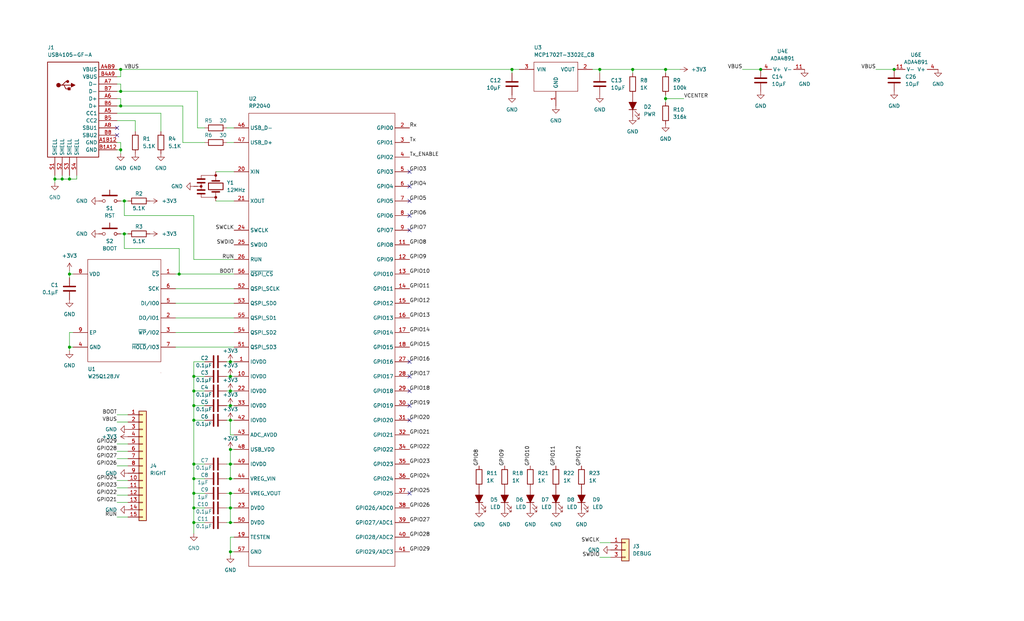
<source format=kicad_sch>
(kicad_sch (version 20211123) (generator eeschema)
  (paper "USLegal")
  (title_block (title "ENGR3430 Miniproject 3") (date "2022-09-22") (company "Olin College of Engineering"))
  (junction (at 67.31 130.81))
  (junction (at 445.135 76.835))
  (junction (at 67.31 146.05))
  (junction (at 476.885 67.945))
  (junction (at 80.01 125.73))
  (junction (at 67.31 171.45))
  (junction (at 518.16 70.485))
  (junction (at 80.01 156.21))
  (junction (at 41.91 36.83))
  (junction (at 460.375 116.205))
  (junction (at 19.05 62.23))
  (junction (at 80.01 176.53))
  (junction (at 41.91 52.07))
  (junction (at 382.905 92.71))
  (junction (at 219.71 24.13))
  (junction (at 433.07 120.015))
  (junction (at 507.365 70.485))
  (junction (at 533.4 78.74))
  (junction (at 67.31 161.29))
  (junction (at 528.32 83.185))
  (junction (at 80.01 166.37))
  (junction (at 264.16 24.13))
  (junction (at 445.135 67.945))
  (junction (at 427.355 83.185))
  (junction (at 382.905 97.155))
  (junction (at 310.515 24.13))
  (junction (at 80.01 135.89))
  (junction (at 492.125 61.595))
  (junction (at 80.01 140.97))
  (junction (at 67.31 140.97))
  (junction (at 462.915 120.65))
  (junction (at 476.885 61.595))
  (junction (at 427.355 70.485))
  (junction (at 80.01 191.77))
  (junction (at 488.95 111.125))
  (junction (at 80.01 171.45))
  (junction (at 476.885 76.835))
  (junction (at 231.14 24.13))
  (junction (at 208.28 24.13))
  (junction (at 469.9 128.905))
  (junction (at 21.59 62.23))
  (junction (at 546.735 52.705))
  (junction (at 507.365 121.285))
  (junction (at 80.01 181.61))
  (junction (at 384.81 67.945))
  (junction (at 67.31 176.53))
  (junction (at 80.01 161.29))
  (junction (at 43.18 69.85))
  (junction (at 80.01 146.05))
  (junction (at 24.13 120.65))
  (junction (at 41.91 24.13))
  (junction (at 445.135 61.595))
  (junction (at 43.18 81.28))
  (junction (at 433.07 107.315))
  (junction (at 460.375 61.595))
  (junction (at 460.375 70.485))
  (junction (at 62.23 95.25))
  (junction (at 441.96 107.315))
  (junction (at 177.8 24.13))
  (junction (at 24.13 95.25))
  (junction (at 67.31 181.61))
  (junction (at 24.13 62.23))
  (junction (at 41.91 31.75))
  (junction (at 67.31 166.37))
  (junction (at 515.62 70.485))
  (junction (at 469.9 126.365))
  (junction (at 80.01 130.81))
  (junction (at 492.125 70.485))
  (junction (at 400.05 70.485))
  (junction (at 67.31 135.89))
  (junction (at 231.14 34.29))
  (no_connect (at 142.24 125.73))
  (no_connect (at 142.24 130.81))
  (no_connect (at 142.24 135.89))
  (no_connect (at 142.24 140.97))
  (no_connect (at 142.24 146.05))
  (no_connect (at 521.97 118.745))
  (no_connect (at 509.905 137.795))
  (no_connect (at 40.64 46.99))
  (no_connect (at 40.64 44.45))
  (no_connect (at 142.24 59.69))
  (no_connect (at 142.24 64.77))
  (no_connect (at 142.24 69.85))
  (no_connect (at 142.24 74.93))
  (no_connect (at 142.24 80.01))
  (no_connect (at 142.24 171.45))
  (wire (pts (xy 78.74 146.05) (xy 80.01 146.05)))
  (wire (pts (xy 67.31 130.81) (xy 71.12 130.81)))
  (wire (pts (xy 462.915 120.015) (xy 462.915 120.65)))
  (wire (pts (xy 78.74 140.97) (xy 80.01 140.97)))
  (wire (pts (xy 460.375 112.395) (xy 462.915 112.395)))
  (wire (pts (xy 410.845 67.945) (xy 412.115 67.945)))
  (wire (pts (xy 67.31 146.05) (xy 67.31 140.97)))
  (wire (pts (xy 412.115 73.025) (xy 412.115 83.185)))
  (wire (pts (xy 40.64 36.83) (xy 41.91 36.83)))
  (wire (pts (xy 507.365 121.285) (xy 511.81 121.285)))
  (wire (pts (xy 460.375 55.245) (xy 460.375 61.595)))
  (wire (pts (xy 492.125 55.245) (xy 492.125 61.595)))
  (wire (pts (xy 460.375 122.555) (xy 460.375 116.205)))
  (wire (pts (xy 433.07 107.315) (xy 441.96 107.315)))
  (wire (pts (xy 68.58 31.75) (xy 68.58 44.45)))
  (wire (pts (xy 448.945 55.245) (xy 445.135 55.245)))
  (wire (pts (xy 476.885 73.025) (xy 476.885 76.835)))
  (wire (pts (xy 382.905 88.9) (xy 382.905 92.71)))
  (wire (pts (xy 41.91 36.83) (xy 63.5 36.83)))
  (wire (pts (xy 467.36 118.745) (xy 467.36 120.65)))
  (wire (pts (xy 80.01 166.37) (xy 81.28 166.37)))
  (wire (pts (xy 456.565 55.245) (xy 460.375 55.245)))
  (wire (pts (xy 524.51 55.245) (xy 527.685 55.245)))
  (wire (pts (xy 533.4 70.485) (xy 533.4 67.945)))
  (wire (pts (xy 467.36 120.65) (xy 462.915 120.65)))
  (wire (pts (xy 231.14 24.13) (xy 231.14 25.4)))
  (wire (pts (xy 68.58 44.45) (xy 71.12 44.45)))
  (wire (pts (xy 40.64 172.085) (xy 44.45 172.085)))
  (wire (pts (xy 177.8 24.13) (xy 180.34 24.13)))
  (wire (pts (xy 62.23 86.36) (xy 62.23 95.25)))
  (wire (pts (xy 24.13 62.23) (xy 26.67 62.23)))
  (wire (pts (xy 67.31 166.37) (xy 67.31 161.29)))
  (wire (pts (xy 546.735 62.23) (xy 524.51 62.23)))
  (wire (pts (xy 412.115 120.015) (xy 433.07 120.015)))
  (wire (pts (xy 67.31 161.29) (xy 71.12 161.29)))
  (wire (pts (xy 480.695 55.245) (xy 476.885 55.245)))
  (wire (pts (xy 19.05 60.96) (xy 19.05 62.23)))
  (wire (pts (xy 43.18 86.36) (xy 62.23 86.36)))
  (wire (pts (xy 41.91 49.53) (xy 41.91 52.07)))
  (wire (pts (xy 433.07 109.22) (xy 433.07 107.315)))
  (wire (pts (xy 80.01 146.05) (xy 81.28 146.05)))
  (wire (pts (xy 208.28 24.13) (xy 219.71 24.13)))
  (wire (pts (xy 41.91 36.83) (xy 41.91 34.29)))
  (wire (pts (xy 442.595 118.745) (xy 442.595 122.555)))
  (wire (pts (xy 381.635 67.945) (xy 384.81 67.945)))
  (wire (pts (xy 40.64 161.925) (xy 44.45 161.925)))
  (wire (pts (xy 80.01 171.45) (xy 80.01 176.53)))
  (wire (pts (xy 40.64 29.21) (xy 41.91 29.21)))
  (wire (pts (xy 523.875 123.825) (xy 523.875 121.285)))
  (wire (pts (xy 504.825 70.485) (xy 507.365 70.485)))
  (wire (pts (xy 551.18 52.705) (xy 546.735 52.705)))
  (wire (pts (xy 67.31 130.81) (xy 67.31 125.73)))
  (wire (pts (xy 488.95 128.905) (xy 490.22 128.905)))
  (wire (pts (xy 412.115 109.855) (xy 412.115 120.015)))
  (wire (pts (xy 41.91 24.13) (xy 177.8 24.13)))
  (wire (pts (xy 523.875 121.285) (xy 527.05 121.285)))
  (wire (pts (xy 67.31 135.89) (xy 67.31 130.81)))
  (wire (pts (xy 78.74 44.45) (xy 81.28 44.45)))
  (wire (pts (xy 80.01 161.29) (xy 81.28 161.29)))
  (wire (pts (xy 55.88 39.37) (xy 55.88 45.72)))
  (wire (pts (xy 80.01 151.13) (xy 81.28 151.13)))
  (wire (pts (xy 177.8 25.4) (xy 177.8 24.13)))
  (wire (pts (xy 78.74 161.29) (xy 80.01 161.29)))
  (wire (pts (xy 507.365 121.285) (xy 507.365 127.635)))
  (wire (pts (xy 78.74 171.45) (xy 80.01 171.45)))
  (wire (pts (xy 67.31 140.97) (xy 67.31 135.89)))
  (wire (pts (xy 480.695 61.595) (xy 476.885 61.595)))
  (wire (pts (xy 488.95 123.825) (xy 495.3 123.825)))
  (wire (pts (xy 67.31 146.05) (xy 71.12 146.05)))
  (wire (pts (xy 231.14 34.29) (xy 237.49 34.29)))
  (wire (pts (xy 208.28 188.595) (xy 212.09 188.595)))
  (wire (pts (xy 60.96 95.25) (xy 62.23 95.25)))
  (wire (pts (xy 41.91 52.07) (xy 41.91 53.34)))
  (wire (pts (xy 427.355 70.485) (xy 427.355 75.565)))
  (wire (pts (xy 469.9 128.905) (xy 471.17 128.905)))
  (wire (pts (xy 67.31 90.17) (xy 81.28 90.17)))
  (wire (pts (xy 80.01 176.53) (xy 80.01 181.61)))
  (wire (pts (xy 81.28 125.73) (xy 80.01 125.73)))
  (wire (pts (xy 488.95 111.125) (xy 490.22 111.125)))
  (wire (pts (xy 460.375 70.485) (xy 461.645 70.485)))
  (wire (pts (xy 46.99 41.91) (xy 46.99 45.72)))
  (wire (pts (xy 24.13 96.52) (xy 24.13 95.25)))
  (wire (pts (xy 24.13 115.57) (xy 24.13 120.65)))
  (wire (pts (xy 78.74 166.37) (xy 80.01 166.37)))
  (wire (pts (xy 43.18 81.28) (xy 44.45 81.28)))
  (wire (pts (xy 63.5 49.53) (xy 71.12 49.53)))
  (wire (pts (xy 231.14 24.13) (xy 236.22 24.13)))
  (wire (pts (xy 40.64 179.705) (xy 44.45 179.705)))
  (wire (pts (xy 40.64 154.305) (xy 44.45 154.305)))
  (wire (pts (xy 471.17 118.745) (xy 467.36 118.745)))
  (wire (pts (xy 80.01 156.21) (xy 80.01 161.29)))
  (wire (pts (xy 442.595 126.365) (xy 442.595 124.46)))
  (wire (pts (xy 81.28 171.45) (xy 80.01 171.45)))
  (wire (pts (xy 78.74 176.53) (xy 80.01 176.53)))
  (wire (pts (xy 469.9 126.365) (xy 469.9 128.905)))
  (wire (pts (xy 469.9 126.365) (xy 471.17 126.365)))
  (wire (pts (xy 382.905 92.71) (xy 382.905 97.155)))
  (wire (pts (xy 460.375 61.595) (xy 460.375 70.485)))
  (wire (pts (xy 548.64 70.485) (xy 551.18 70.485)))
  (wire (pts (xy 40.64 39.37) (xy 55.88 39.37)))
  (wire (pts (xy 384.81 53.975) (xy 384.81 67.945)))
  (wire (pts (xy 205.74 24.13) (xy 208.28 24.13)))
  (wire (pts (xy 476.885 67.945) (xy 476.885 70.485)))
  (wire (pts (xy 507.365 70.485) (xy 507.365 73.025)))
  (wire (pts (xy 507.365 70.485) (xy 515.62 70.485)))
  (wire (pts (xy 443.865 76.835) (xy 445.135 76.835)))
  (wire (pts (xy 495.3 128.905) (xy 495.3 123.825)))
  (wire (pts (xy 41.91 81.28) (xy 43.18 81.28)))
  (wire (pts (xy 488.95 118.745) (xy 488.95 111.125)))
  (wire (pts (xy 533.4 73.025) (xy 533.4 78.74)))
  (wire (pts (xy 518.16 70.485) (xy 533.4 70.485)))
  (wire (pts (xy 441.96 107.315) (xy 468.63 107.315)))
  (wire (pts (xy 208.28 193.675) (xy 212.09 193.675)))
  (wire (pts (xy 24.13 93.98) (xy 24.13 95.25)))
  (wire (pts (xy 60.96 115.57) (xy 81.28 115.57)))
  (wire (pts (xy 448.945 61.595) (xy 445.135 61.595)))
  (wire (pts (xy 400.05 70.485) (xy 410.845 70.485)))
  (wire (pts (xy 518.16 70.485) (xy 515.62 70.485)))
  (wire (pts (xy 21.59 60.96) (xy 21.59 62.23)))
  (wire (pts (xy 25.4 120.65) (xy 24.13 120.65)))
  (wire (pts (xy 410.845 70.485) (xy 410.845 67.945)))
  (wire (pts (xy 488.95 108.585) (xy 488.95 111.125)))
  (wire (pts (xy 375.285 97.155) (xy 375.285 104.775)))
  (wire (pts (xy 80.01 156.21) (xy 81.28 156.21)))
  (wire (pts (xy 414.02 109.855) (xy 412.115 109.855)))
  (wire (pts (xy 443.865 70.485) (xy 445.135 70.485)))
  (wire (pts (xy 41.91 69.85) (xy 43.18 69.85)))
  (wire (pts (xy 80.01 181.61) (xy 81.28 181.61)))
  (wire (pts (xy 41.91 24.13) (xy 41.91 26.67)))
  (wire (pts (xy 41.91 26.67) (xy 40.64 26.67)))
  (wire (pts (xy 441.96 107.315) (xy 441.96 113.665)))
  (wire (pts (xy 41.91 31.75) (xy 68.58 31.75)))
  (wire (pts (xy 67.31 125.73) (xy 71.12 125.73)))
  (wire (pts (xy 388.62 53.975) (xy 384.81 53.975)))
  (wire (pts (xy 81.28 186.69) (xy 80.01 186.69)))
  (wire (pts (xy 518.16 50.165) (xy 527.685 50.165)))
  (wire (pts (xy 67.31 176.53) (xy 71.12 176.53)))
  (wire (pts (xy 41.91 34.29) (xy 40.64 34.29)))
  (wire (pts (xy 469.9 123.825) (xy 469.9 126.365)))
  (wire (pts (xy 67.31 171.45) (xy 67.31 166.37)))
  (wire (pts (xy 219.71 24.13) (xy 231.14 24.13)))
  (wire (pts (xy 80.01 176.53) (xy 81.28 176.53)))
  (wire (pts (xy 41.91 31.75) (xy 40.64 31.75)))
  (wire (pts (xy 21.59 62.23) (xy 24.13 62.23)))
  (wire (pts (xy 433.07 120.015) (xy 433.07 124.46)))
  (wire (pts (xy 492.76 126.365) (xy 492.76 130.175)))
  (wire (pts (xy 445.135 55.245) (xy 445.135 61.595)))
  (wire (pts (xy 63.5 36.83) (xy 63.5 49.53)))
  (wire (pts (xy 528.32 83.185) (xy 529.59 83.185)))
  (wire (pts (xy 40.64 169.545) (xy 44.45 169.545)))
  (wire (pts (xy 24.13 120.65) (xy 24.13 121.92)))
  (wire (pts (xy 19.05 62.23) (xy 21.59 62.23)))
  (wire (pts (xy 462.915 120.65) (xy 462.915 121.285)))
  (wire (pts (xy 533.4 78.74) (xy 533.4 79.375)))
  (wire (pts (xy 62.23 95.25) (xy 81.28 95.25)))
  (wire (pts (xy 80.01 146.05) (xy 80.01 151.13)))
  (wire (pts (xy 80.01 186.69) (xy 80.01 191.77)))
  (wire (pts (xy 40.64 49.53) (xy 41.91 49.53)))
  (wire (pts (xy 40.64 146.685) (xy 44.45 146.685)))
  (wire (pts (xy 80.01 135.89) (xy 81.28 135.89)))
  (wire (pts (xy 537.21 83.185) (xy 539.75 83.185)))
  (wire (pts (xy 67.31 181.61) (xy 71.12 181.61)))
  (wire (pts (xy 468.63 121.285) (xy 471.17 121.285)))
  (wire (pts (xy 60.96 100.33) (xy 81.28 100.33)))
  (wire (pts (xy 40.64 144.145) (xy 44.45 144.145)))
  (wire (pts (xy 67.31 166.37) (xy 71.12 166.37)))
  (wire (pts (xy 19.05 63.5) (xy 19.05 62.23)))
  (wire (pts (xy 488.95 126.365) (xy 492.76 126.365)))
  (wire (pts (xy 60.96 110.49) (xy 81.28 110.49)))
  (wire (pts (xy 41.91 29.21) (xy 41.91 31.75)))
  (wire (pts (xy 41.91 52.07) (xy 40.64 52.07)))
  (wire (pts (xy 24.13 60.96) (xy 24.13 62.23)))
  (wire (pts (xy 67.31 171.45) (xy 71.12 171.45)))
  (wire (pts (xy 257.81 24.13) (xy 264.16 24.13)))
  (wire (pts (xy 60.96 120.65) (xy 81.28 120.65)))
  (wire (pts (xy 521.97 123.825) (xy 523.875 123.825)))
  (wire (pts (xy 26.67 62.23) (xy 26.67 60.96)))
  (wire (pts (xy 492.125 70.485) (xy 494.665 70.485)))
  (wire (pts (xy 24.13 95.25) (xy 25.4 95.25)))
  (wire (pts (xy 515.62 70.485) (xy 515.62 73.025)))
  (wire (pts (xy 43.18 74.93) (xy 67.31 74.93)))
  (wire (pts (xy 78.74 135.89) (xy 80.01 135.89)))
  (wire (pts (xy 524.51 62.23) (xy 524.51 55.245)))
  (wire (pts (xy 476.885 55.245) (xy 476.885 61.595)))
  (wire (pts (xy 371.475 67.945) (xy 374.015 67.945)))
  (wire (pts (xy 208.28 24.13) (xy 208.28 25.4)))
  (wire (pts (xy 441.96 113.665) (xy 443.865 113.665)))
  (wire (pts (xy 433.07 116.84) (xy 433.07 120.015)))
  (wire (pts (xy 433.07 107.315) (xy 429.26 107.315)))
  (wire (pts (xy 518.16 50.165) (xy 518.16 70.485)))
  (wire (pts (xy 456.565 61.595) (xy 460.375 61.595)))
  (wire (pts (xy 80.01 161.29) (xy 80.01 166.37)))
  (wire (pts (xy 81.28 191.77) (xy 80.01 191.77)))
  (wire (pts (xy 43.18 69.85) (xy 44.45 69.85)))
  (wire (pts (xy 80.01 130.81) (xy 81.28 130.81)))
  (wire (pts (xy 43.18 69.85) (xy 43.18 74.93)))
  (wire (pts (xy 476.885 61.595) (xy 476.885 67.945)))
  (wire (pts (xy 40.64 24.13) (xy 41.91 24.13)))
  (wire (pts (xy 445.135 73.025) (xy 445.135 76.835)))
  (wire (pts (xy 74.93 59.69) (xy 81.28 59.69)))
  (wire (pts (xy 390.525 104.775) (xy 414.02 104.775)))
  (wire (pts (xy 459.105 116.205) (xy 460.375 116.205)))
  (wire (pts (xy 67.31 185.42) (xy 67.31 181.61)))
  (wire (pts (xy 40.64 174.625) (xy 44.45 174.625)))
  (wire (pts (xy 60.96 105.41) (xy 81.28 105.41)))
  (wire (pts (xy 219.71 24.13) (xy 219.71 25.4)))
  (wire (pts (xy 445.135 76.835) (xy 476.885 76.835)))
  (wire (pts (xy 442.595 124.46) (xy 441.325 124.46)))
  (wire (pts (xy 78.74 130.81) (xy 80.01 130.81)))
  (wire (pts (xy 542.925 52.705) (xy 546.735 52.705)))
  (wire (pts (xy 488.95 121.285) (xy 507.365 121.285)))
  (wire (pts (xy 43.18 81.28) (xy 43.18 86.36)))
  (wire (pts (xy 427.355 70.485) (xy 428.625 70.485)))
  (wire (pts (xy 25.4 115.57) (xy 24.13 115.57)))
  (wire (pts (xy 445.135 61.595) (xy 445.135 67.945)))
  (wire (pts (xy 40.64 159.385) (xy 44.45 159.385)))
  (wire (pts (xy 443.865 118.745) (xy 442.595 118.745)))
  (wire (pts (xy 445.135 67.945) (xy 445.135 70.485)))
  (wire (pts (xy 304.165 24.13) (xy 310.515 24.13)))
  (wire (pts (xy 546.735 52.705) (xy 546.735 62.23)))
  (wire (pts (xy 492.125 61.595) (xy 492.125 70.485)))
  (wire (pts (xy 396.24 53.975) (xy 400.05 53.975)))
  (wire (pts (xy 231.14 34.29) (xy 231.14 35.56)))
  (wire (pts (xy 231.14 33.02) (xy 231.14 34.29)))
  (wire (pts (xy 67.31 146.05) (xy 67.31 161.29)))
  (wire (pts (xy 78.74 49.53) (xy 81.28 49.53)))
  (wire (pts (xy 539.75 121.285) (xy 543.56 121.285)))
  (wire (pts (xy 80.01 140.97) (xy 81.28 140.97)))
  (wire (pts (xy 433.07 124.46) (xy 433.705 124.46)))
  (wire (pts (xy 67.31 74.93) (xy 67.31 90.17)))
  (wire (pts (xy 74.93 69.85) (xy 81.28 69.85)))
  (wire (pts (xy 40.64 41.91) (xy 46.99 41.91)))
  (wire (pts (xy 471.17 123.825) (xy 469.9 123.825)))
  (wire (pts (xy 488.315 55.245) (xy 492.125 55.245)))
  (wire (pts (xy 40.64 167.005) (xy 44.45 167.005)))
  (wire (pts (xy 67.31 176.53) (xy 67.31 171.45)))
  (wire (pts (xy 468.63 107.315) (xy 468.63 121.285)))
  (wire (pts (xy 78.74 181.61) (xy 80.01 181.61)))
  (wire (pts (xy 490.22 128.905) (xy 490.22 130.175)))
  (wire (pts (xy 442.595 122.555) (xy 460.375 122.555)))
  (wire (pts (xy 488.315 61.595) (xy 492.125 61.595)))
  (wire (pts (xy 382.905 97.155) (xy 375.285 97.155)))
  (wire (pts (xy 412.115 83.185) (xy 427.355 83.185)))
  (wire (pts (xy 80.01 191.77) (xy 80.01 193.04)))
  (wire (pts (xy 67.31 135.89) (xy 71.12 135.89)))
  (wire (pts (xy 497.84 111.125) (xy 500.38 111.125)))
  (wire (pts (xy 67.31 140.97) (xy 71.12 140.97)))
  (wire (pts (xy 460.375 116.205) (xy 460.375 112.395)))
  (wire (pts (xy 67.31 181.61) (xy 67.31 176.53)))
  (wire (pts (xy 400.05 53.975) (xy 400.05 70.485)))
  (wire (pts (xy 40.64 156.845) (xy 44.45 156.845)))
  (wire (pts (xy 78.74 125.73) (xy 80.01 125.73)))
  (text "Transmitter\n(Final)" (at 459.74 102.235 0) (effects (font (size 2.54 2.54)) (justify left bottom)))
  (text "Band Pass Filter\n[4.82MHz, 15.92MHz]\nGain: 3.0303" (at 448.31 86.995 0) (effects (font (size 1.27 1.27)) (justify left bottom)))
  (text "Laser safety switch" (at 511.81 111.125 0) (effects (font (size 1.27 1.27)) (justify left bottom)))
  (text "Light-on switch" (at 509.905 140.97 0) (effects (font (size 1.27 1.27)) (justify left bottom)))
  (text "Receiver\n(Final)" (at 494.665 54.61 0) (effects (font (size 2.54 2.54)) (justify left bottom)))
  (text "Square wave former\n[0V, 5V]" (at 546.735 85.09 0) (effects (font (size 1.27 1.27)) (justify left bottom)))
  (text "Peak detector" (at 497.205 60.96 0) (effects (font (size 1.27 1.27)) (justify left bottom)))
  (text "10Mhz \nencoded signal" (at 498.475 120.015 0) (effects (font (size 1.27 1.27)) (justify left bottom)))
  (text "10Mhz sin\nwave (5V)" (at 445.135 106.045 0) (effects (font (size 1.27 1.27)) (justify left bottom)))
  (text "Band Pass Filter\n[4.82MHz, 15.92MHz]\nGain: 3.0303" (at 480.695 86.36 0) (effects (font (size 1.27 1.27)) (justify left bottom)))
  (text "10MHz square\nwave (3.3V)" (at 395.605 128.27 0) (effects (font (size 1.27 1.27)) (justify left bottom)))
  (text "10Mhz sin\nwave (3.3V)" (at 449.58 127.635 0) (effects (font (size 1.27 1.27)) (justify left bottom)))
  (label "GPIO21" (at 142.24 151.13 0))
  (label "GPIO17" (at 142.24 130.81 0))
  (label "GPIO16" (at 142.24 125.73 0))
  (label "GPIO12" (at 142.24 105.41 0))
  (label "GPIO29" (at 40.64 154.305 180))
  (label "GPIO8" (at 166.37 161.925 90))
  (label "GPIO26" (at 40.64 161.925 180))
  (label "GPIO22" (at 40.64 172.085 180))
  (label "GPIO4" (at 142.24 64.77 0))
  (label "GPIO27" (at 40.64 159.385 180))
  (label "RUN" (at 81.28 90.17 180))
  (label "GPIO10" (at 142.24 95.25 0))
  (label "SWDIO" (at 81.28 85.09 180))
  (label "GPIO28" (at 40.64 156.845 180))
  (label "GPIO6" (at 142.24 74.93 0))
  (label "SWCLK" (at 81.28 80.01 180))
  (label "Tx_ENABLE" (at 490.22 130.175 270))
  (label "GPIO29" (at 551.18 52.705 0))
  (label "GPIO28" (at 142.24 186.69 0))
  (label "GPIO24" (at 142.24 166.37 0))
  (label "GPIO27" (at 142.24 181.61 0))
  (label "GPIO26" (at 142.24 176.53 0))
  (label "VBUS" (at 488.95 108.585 90))
  (label "SWDIO" (at 208.28 193.675 180))
  (label "GPIO11" (at 193.04 161.925 90))
  (label "Tx" (at 142.24 49.53 0))
  (label "GPIO25" (at 142.24 171.45 0))
  (label "GPIO9" (at 142.24 90.17 0))
  (label "GPIO9" (at 175.26 161.925 90))
  (label "Rx" (at 142.24 44.45 0))
  (label "GPIO14" (at 142.24 115.57 0))
  (label "GPIO18" (at 142.24 135.89 0))
  (label "GPIO15" (at 142.24 120.65 0))
  (label "VBUS" (at 43.18 24.13 0))
  (label "VBUS" (at 304.165 24.13 180))
  (label "BOOT" (at 81.28 95.25 180))
  (label "VCENTER" (at 443.865 76.835 180))
  (label "GPIO13" (at 142.24 110.49 0))
  (label "GPIO20" (at 142.24 146.05 0))
  (label "GPIO8" (at 142.24 85.09 0))
  (label "GPIO11" (at 142.24 100.33 0))
  (label "Tx" (at 492.76 130.175 270))
  (label "BOOT" (at 40.64 144.145 180))
  (label "RUN" (at 40.64 179.705 180))
  (label "VBUS" (at 40.64 146.685 180))
  (label "Tx_ENABLE" (at 142.24 54.61 0))
  (label "GPIO23" (at 40.64 169.545 180))
  (label "GPIO19" (at 142.24 140.97 0))
  (label "GPIO29" (at 142.24 191.77 0))
  (label "VBUS" (at 257.81 24.13 180))
  (label "GPIO10" (at 184.15 161.925 90))
  (label "GPIO24" (at 40.64 167.005 180))
  (label "GPIO12" (at 201.93 161.925 90))
  (label "GPIO5" (at 142.24 69.85 0))
  (label "SWCLK" (at 208.28 188.595 180))
  (label "GPIO3" (at 142.24 59.69 0))
  (label "VCENTER" (at 237.49 34.29 0))
  (label "GPIO7" (at 142.24 80.01 0))
  (label "GPIO21" (at 40.64 174.625 180))
  (label "GPIO23" (at 142.24 161.29 0))
  (label "GPIO22" (at 142.24 156.21 0))
  (label "Rx" (at 551.18 70.485 0))
  (symbol (lib_id "Device:R") (at 515.62 76.835 180) (unit 1)
    (property "Reference" "R16" (at 513.08 76.835 90))
    (property "Value" "3.16k" (at 518.16 76.835 90))
    (property "Footprint" "Resistor_SMD:R_0603_1608Metric" (effects hide))
  )
  (symbol (lib_id "power:GND") (at 515.62 80.645 0) (unit 1)
    (property "Reference" "#PWR039" (effects hide))
    (property "Value" "GND" (at 515.62 85.725 0))
  )
  (symbol (lib_id "Device:LED_Filled") (at 201.93 173.355 90) (unit 1)
    (property "Reference" "D9" (at 205.74 173.6724 90) (effects (justify right)))
    (property "Value" "LED" (at 205.74 176.2124 90) (effects (justify right)))
    (property "Footprint" "LED_SMD:LED_0805_2012Metric" (effects hide))
  )
  (symbol (lib_id "Connector_Generic:Conn_01x15") (at 49.53 161.925 0) (unit 1)
    (property "Reference" "J4" (at 52.07 161.9249 0) (effects (justify left)))
    (property "Value" "RIGHT" (at 52.07 164.4649 0) (effects (justify left)))
    (property "Footprint" "Connector_PinHeader_2.54mm:PinHeader_1x15_P2.54mm_Vertical" (effects hide))
  )
  (symbol (lib_id "Connector_Generic:Conn_01x03") (at 217.17 191.135 0) (unit 1)
    (property "Reference" "J3" (at 219.71 189.8649 0) (effects (justify left)))
    (property "Value" "DEBUG" (at 219.71 192.4049 0) (effects (justify left)))
    (property "Footprint" "Connector_PinHeader_2.54mm:PinHeader_1x03_P2.54mm_Vertical" (effects hide))
  )
  (symbol (lib_id "power:GND") (at 371.475 67.945 0) (unit 1)
    (property "Reference" "#PWR019" (effects hide))
    (property "Value" "GND" (at 371.475 73.025 0))
  )
  (symbol (lib_id "power:GND") (at 34.29 81.28 270) (unit 1)
    (property "Reference" "#PWR06" (effects hide))
    (property "Value" "GND" (at 30.48 81.2799 90) (effects (justify right)))
  )
  (symbol (lib_id "power:GND") (at 19.05 63.5 0) (unit 1)
    (property "Reference" "#PWR01" (effects hide))
    (property "Value" "GND" (at 19.05 68.58 0))
  )
  (symbol (lib_id "power:+3V3") (at 80.01 135.89 0) (unit 1)
    (property "Reference" "#PWR0104" (effects hide))
    (property "Value" "+3V3" (at 80.01 132.08 0))
  )
  (symbol (lib_id "Device:R") (at 74.93 49.53 90) (unit 1)
    (property "Reference" "R6" (at 72.39 46.99 90))
    (property "Value" "30" (at 77.47 46.99 90))
    (property "Footprint" "Resistor_SMD:R_0603_1608Metric" (effects hide))
  )
  (symbol (lib_id "power:GND") (at 382.905 112.395 0) (unit 1)
    (property "Reference" "#PWR022" (effects hide))
    (property "Value" "GND" (at 382.905 117.475 0))
  )
  (symbol (lib_id "power:GND") (at 212.09 191.135 270) (unit 1)
    (property "Reference" "#PWR026" (effects hide))
    (property "Value" "GND" (at 208.28 191.1349 90) (effects (justify right)))
  )
  (symbol (lib_id "power:GND") (at 384.81 73.025 0) (unit 1)
    (property "Reference" "#PWR0106" (effects hide))
    (property "Value" "GND" (at 384.81 78.105 0))
  )
  (symbol (lib_id "Device:C") (at 528.32 86.995 0) (unit 1)
    (property "Reference" "C22" (at 524.51 86.995 90))
    (property "Value" "10pF" (at 521.97 86.995 90))
    (property "Footprint" "Capacitor_SMD:C_0603_1608Metric" (effects hide))
  )
  (symbol (lib_id "Device:R") (at 201.93 165.735 0) (unit 1)
    (property "Reference" "R23" (at 204.47 164.4649 0) (effects (justify left)))
    (property "Value" "1K" (at 204.47 167.0049 0) (effects (justify left)))
    (property "Footprint" "Resistor_SMD:R_0603_1608Metric" (effects hide))
  )
  (symbol (lib_id "power:GND") (at 543.56 128.905 0) (unit 1)
    (property "Reference" "#PWR046" (effects hide))
    (property "Value" "GND" (at 543.56 133.985 0))
  )
  (symbol (lib_id "Eclectronics:SW") (at 38.1 69.85 270) (unit 1)
    (property "Reference" "S1" (at 38.1 72.39 90))
    (property "Value" "RST" (at 38.1 74.93 90))
    (property "Footprint" "Eclectronics:KXT321LHS" (effects hide))
  )
  (symbol (lib_id "Device:C") (at 74.93 140.97 270) (unit 1)
    (property "Reference" "C5" (at 72.39 139.7 90) (effects (justify right)))
    (property "Value" "0.1µF" (at 73.66 142.24 90) (effects (justify right)))
    (property "Footprint" "Capacitor_SMD:C_0603_1608Metric" (effects hide))
  )
  (symbol (lib_id "Device:Opamp_Quad") (at 451.485 116.205 0) (unit 4)
    (property "Reference" "U6" (at 453.39 112.395 0))
    (property "Value" "ADA4891" (at 452.755 110.49 0))
    (property "Footprint" "Package_SO:SOIC-14_3.9x8.7mm_P1.27mm" (effects hide))
    (property "Datasheet" "https://www.analog.com/media/en/technical-documentation/data-sheets/ADA4891-1_4891-2_4891-3_4891-4.PDF" (effects hide))
  )
  (symbol (lib_id "Device:R") (at 427.355 79.375 180) (unit 1)
    (property "Reference" "R29" (at 422.275 79.375 90))
    (property "Value" "50k" (at 424.815 79.375 90))
    (property "Footprint" "Resistor_SMD:R_0603_1608Metric" (effects hide))
  )
  (symbol (lib_id "Device:C") (at 74.93 176.53 270) (unit 1)
    (property "Reference" "C10" (at 72.39 175.26 90) (effects (justify right)))
    (property "Value" "0.1µF" (at 73.66 177.8 90) (effects (justify right)))
    (property "Footprint" "Capacitor_SMD:C_0603_1608Metric" (effects hide))
  )
  (symbol (lib_id "Device:C") (at 476.885 80.645 0) (unit 1)
    (property "Reference" "C19" (at 473.075 80.645 90))
    (property "Value" "10µF" (at 470.535 80.645 90))
    (property "Footprint" "Capacitor_SMD:C_0603_1608Metric" (effects hide))
  )
  (symbol (lib_id "Device:C") (at 24.13 100.33 0) (mirror x) (unit 1)
    (property "Reference" "C1" (at 20.32 99.0599 0) (effects (justify right)))
    (property "Value" "0.1µF" (at 20.32 101.5999 0) (effects (justify right)))
    (property "Footprint" "Capacitor_SMD:C_0603_1608Metric" (effects hide))
  )
  (symbol (lib_id "power:GND") (at 46.99 53.34 0) (unit 1)
    (property "Reference" "#PWR08" (effects hide))
    (property "Value" "GND" (at 46.99 58.42 0))
  )
  (symbol (lib_id "Oscillator:ASE-xxxMHz") (at 382.905 104.775 0) (unit 1)
    (property "Reference" "Y2" (at 372.745 111.125 0))
    (property "Value" "ASE-xxxMHz" (at 372.745 113.665 0))
    (property "Footprint" "Crystal:Crystal_SMD_2520-4Pin_2.5x2.0mm" (effects hide))
    (property "Datasheet" "https://www.we-online.com/catalog/datasheet/831061624.pdf" (effects hide))
  )
  (symbol (lib_id "Device:D_Photo") (at 376.555 67.945 180) (unit 1)
    (property "Reference" "D4" (at 377.5075 61.595 0))
    (property "Value" "D_Photo" (at 377.5075 64.135 0))
    (property "Footprint" "Eclectronics:Laser_photodiode_2_pad" (effects hide))
  )
  (symbol (lib_id "power:GND") (at 201.93 177.165 0) (unit 1)
    (property "Reference" "#PWR053" (effects hide))
    (property "Value" "GND" (at 201.93 182.245 0))
  )
  (symbol (lib_id "power:GND") (at 500.38 111.125 0) (unit 1)
    (property "Reference" "#PWR043" (effects hide))
    (property "Value" "GND" (at 502.92 112.3949 0) (effects (justify left)))
  )
  (symbol (lib_id "Device:R_Potentiometer") (at 533.4 83.185 90) (unit 1)
    (property "Reference" "RV1" (at 533.4 86.995 90))
    (property "Value" "Nominal 10k" (at 537.21 89.535 90))
    (property "Footprint" "Eclectronics:Laser Potentiometer" (effects hide))
  )
  (symbol (lib_id "power:GND") (at 193.04 36.83 0) (unit 1)
    (property "Reference" "#PWR018" (effects hide))
    (property "Value" "GND" (at 193.04 41.91 0))
  )
  (symbol (lib_id "Device:C") (at 74.93 146.05 270) (unit 1)
    (property "Reference" "C6" (at 72.39 144.78 90) (effects (justify right)))
    (property "Value" "0.1µF" (at 73.66 147.32 90) (effects (justify right)))
    (property "Footprint" "Capacitor_SMD:C_0603_1608Metric" (effects hide))
  )
  (symbol (lib_id "Device:R") (at 432.435 70.485 90) (unit 1)
    (property "Reference" "R12" (at 432.435 65.405 90))
    (property "Value" "3.3k" (at 432.435 67.945 90))
    (property "Footprint" "Resistor_SMD:R_0603_1608Metric" (effects hide))
  )
  (symbol (lib_id "power:GND") (at 279.4 24.13 0) (unit 1)
    (property "Reference" "#PWR038" (effects hide))
    (property "Value" "GND" (at 279.4 29.21 0))
  )
  (symbol (lib_id "Device:R") (at 48.26 69.85 90) (unit 1)
    (property "Reference" "R2" (at 48.26 67.31 90))
    (property "Value" "5.1K" (at 48.26 72.39 90))
    (property "Footprint" "Resistor_SMD:R_0603_1608Metric" (effects hide))
  )
  (symbol (lib_id "Device:R") (at 427.355 86.995 180) (unit 1)
    (property "Reference" "POT" (at 422.275 86.995 90))
    (property "Value" "1k" (at 424.815 86.995 90))
    (property "Footprint" "Resistor_SMD:R_0603_1608Metric" (effects hide))
  )
  (symbol (lib_id "Device:C") (at 440.055 70.485 90) (unit 1)
    (property "Reference" "C15" (at 440.055 64.135 90))
    (property "Value" "10pF" (at 440.055 66.675 90))
    (property "Footprint" "Capacitor_SMD:C_0603_1608Metric" (effects hide))
  )
  (symbol (lib_id "power:+3V3") (at 382.905 88.9 0) (unit 1)
    (property "Reference" "#PWR021" (effects hide))
    (property "Value" "+3V3" (at 384.81 87.6299 0) (effects (justify left)))
  )
  (symbol (lib_id "power:GND") (at 184.15 177.165 0) (unit 1)
    (property "Reference" "#PWR051" (effects hide))
    (property "Value" "GND" (at 184.15 182.245 0))
  )
  (symbol (lib_id "Eclectronics:SW") (at 38.1 81.28 270) (unit 1)
    (property "Reference" "S2" (at 38.1 83.82 90))
    (property "Value" "BOOT" (at 38.1 86.36 90))
    (property "Footprint" "Eclectronics:KXT321LHS" (effects hide))
  )
  (symbol (lib_id "power:+3V3") (at 236.22 24.13 270) (unit 1)
    (property "Reference" "#PWR025" (effects hide))
    (property "Value" "+3V3" (at 240.03 24.1299 90) (effects (justify left)))
  )
  (symbol (lib_id "Device:Opamp_Quad") (at 421.64 107.315 0) (unit 3)
    (property "Reference" "U6" (at 424.18 114.935 0))
    (property "Value" "ADA4891" (at 424.18 112.395 0))
    (property "Footprint" "Package_SO:SOIC-14_3.9x8.7mm_P1.27mm" (effects hide))
    (property "Datasheet" "https://www.analog.com/media/en/technical-documentation/data-sheets/ADA4891-1_4891-2_4891-3_4891-4.PDF" (effects hide))
  )
  (symbol (lib_id "power:+3V3") (at 80.01 130.81 0) (unit 1)
    (property "Reference" "#PWR0103" (effects hide))
    (property "Value" "+3V3" (at 80.01 127 0))
  )
  (symbol (lib_id "Device:Opamp_Quad") (at 484.505 70.485 0) (mirror x) (unit 4)
    (property "Reference" "U4" (at 486.41 78.74 0))
    (property "Value" "ADA4891" (at 486.41 76.2 0))
    (property "Footprint" "Package_SO:SOIC-14_3.9x8.7mm_P1.27mm" (effects hide))
    (property "Datasheet" "https://www.analog.com/media/en/technical-documentation/data-sheets/ADA4891-1_4891-2_4891-3_4891-4.PDF" (effects hide))
  )
  (symbol (lib_id "power:GND") (at 208.28 33.02 0) (unit 1)
    (property "Reference" "#PWR023" (effects hide))
    (property "Value" "GND" (at 208.28 38.1 0))
  )
  (symbol (lib_id "Device:R") (at 175.26 165.735 0) (unit 1)
    (property "Reference" "R18" (at 177.8 164.4649 0) (effects (justify left)))
    (property "Value" "1K" (at 177.8 167.0049 0) (effects (justify left)))
    (property "Footprint" "Resistor_SMD:R_0603_1608Metric" (effects hide))
  )
  (symbol (lib_id "power:GND") (at 24.13 104.14 0) (unit 1)
    (property "Reference" "#PWR03" (effects hide))
    (property "Value" "GND" (at 24.13 109.22 0))
  )
  (symbol (lib_id "Device:R") (at 166.37 165.735 0) (unit 1)
    (property "Reference" "R11" (at 168.91 164.4649 0) (effects (justify left)))
    (property "Value" "1K" (at 168.91 167.0049 0) (effects (justify left)))
    (property "Footprint" "Resistor_SMD:R_0603_1608Metric" (effects hide))
  )
  (symbol (lib_id "Device:R") (at 193.04 165.735 0) (unit 1)
    (property "Reference" "R22" (at 195.58 164.4649 0) (effects (justify left)))
    (property "Value" "1K" (at 195.58 167.0049 0) (effects (justify left)))
    (property "Footprint" "Resistor_SMD:R_0603_1608Metric" (effects hide))
  )
  (symbol (lib_id "Device:Opamp_Quad") (at 541.02 70.485 0) (unit 1)
    (property "Reference" "U6" (at 546.1 64.135 0))
    (property "Value" "ADA4891" (at 546.1 66.675 0))
    (property "Footprint" "Package_SO:SOIC-14_3.9x8.7mm_P1.27mm" (effects hide))
    (property "Datasheet" "https://www.analog.com/media/en/technical-documentation/data-sheets/ADA4891-1_4891-2_4891-3_4891-4.PDF" (effects hide))
  )
  (symbol (lib_id "Device:LED_Filled") (at 219.71 36.83 90) (unit 1)
    (property "Reference" "D2" (at 223.52 37.1474 90) (effects (justify right)))
    (property "Value" "PWR" (at 223.52 39.6874 90) (effects (justify right)))
    (property "Footprint" "LED_SMD:LED_0805_2012Metric" (effects hide))
  )
  (symbol (lib_id "power:GND") (at 41.91 53.34 0) (unit 1)
    (property "Reference" "#PWR07" (effects hide))
    (property "Value" "GND" (at 41.91 58.42 0))
  )
  (symbol (lib_id "power:GND") (at 495.3 128.905 0) (unit 1)
    (property "Reference" "#PWR042" (effects hide))
    (property "Value" "GND" (at 495.3 133.985 0))
  )
  (symbol (lib_id "power:GND") (at 80.01 193.04 0) (unit 1)
    (property "Reference" "#PWR015" (effects hide))
    (property "Value" "GND" (at 80.01 198.12 0))
  )
  (symbol (lib_id "Eclectronics:USB4105-GF-A") (at 25.4 38.1 0) (unit 1)
    (property "Reference" "J1" (at 16.51 16.51 0) (effects (justify left)))
    (property "Value" "USB4105-GF-A" (at 16.51 19.05 0) (effects (justify left)))
    (property "Footprint" "Eclectronics:USB4105-GF-A" (effects hide))
  )
  (symbol (lib_id "power:GND") (at 264.16 31.75 0) (unit 1)
    (property "Reference" "#PWR035" (effects hide))
    (property "Value" "GND" (at 264.16 36.83 0))
  )
  (symbol (lib_id "Device:C") (at 310.515 27.94 0) (unit 1)
    (property "Reference" "C26" (at 314.325 26.6699 0) (effects (justify left)))
    (property "Value" "10µF" (at 314.325 29.2099 0) (effects (justify left)))
    (property "Footprint" "Capacitor_SMD:C_0603_1608Metric" (effects hide))
  )
  (symbol (lib_id "Device:C") (at 379.095 92.71 270) (unit 1)
    (property "Reference" "C25" (at 377.19 86.36 90) (effects (justify left)))
    (property "Value" "10µF" (at 376.555 88.9 90) (effects (justify left)))
    (property "Footprint" "Capacitor_SMD:C_0603_1608Metric" (effects hide))
  )
  (symbol (lib_id "power:GND") (at 34.29 69.85 270) (unit 1)
    (property "Reference" "#PWR05" (effects hide))
    (property "Value" "GND" (at 30.48 69.8499 90) (effects (justify right)))
  )
  (symbol (lib_id "power:GND") (at 476.885 84.455 0) (unit 1)
    (property "Reference" "#PWR033" (effects hide))
    (property "Value" "GND" (at 476.885 89.535 0))
  )
  (symbol (lib_id "Device:Opamp_Quad") (at 419.735 70.485 0) (unit 2)
    (property "Reference" "U4" (at 422.275 66.04 0))
    (property "Value" "ADA4891" (at 422.275 63.5 0))
    (property "Footprint" "Package_SO:SOIC-14_3.9x8.7mm_P1.27mm" (effects hide))
    (property "Datasheet" "https://www.analog.com/media/en/technical-documentation/data-sheets/ADA4891-1_4891-2_4891-3_4891-4.PDF" (effects hide))
  )
  (symbol (lib_id "Device:R") (at 484.505 61.595 90) (unit 1)
    (property "Reference" "R15" (at 484.505 59.055 90))
    (property "Value" "10k" (at 484.505 64.135 90))
    (property "Footprint" "Resistor_SMD:R_0603_1608Metric" (effects hide))
  )
  (symbol (lib_id "power:+3V3") (at 52.07 81.28 270) (unit 1)
    (property "Reference" "#PWR010" (effects hide))
    (property "Value" "+3V3" (at 56.134 81.2799 90) (effects (justify left)))
  )
  (symbol (lib_id "power:+3V3") (at 52.07 69.85 270) (unit 1)
    (property "Reference" "#PWR09" (effects hide))
    (property "Value" "+3V3" (at 56.134 69.8499 90) (effects (justify left)))
  )
  (symbol (lib_id "Device:C") (at 452.755 55.245 90) (unit 1)
    (property "Reference" "C17" (at 452.755 48.895 90))
    (property "Value" "1pF" (at 452.755 51.435 90))
    (property "Footprint" "Capacitor_SMD:C_0603_1608Metric" (effects hide))
  )
  (symbol (lib_id "Device:C") (at 74.93 130.81 270) (unit 1)
    (property "Reference" "C3" (at 72.39 129.54 90) (effects (justify right)))
    (property "Value" "0.1µF" (at 73.66 132.08 90) (effects (justify right)))
    (property "Footprint" "Capacitor_SMD:C_0603_1608Metric" (effects hide))
  )
  (symbol (lib_id "Device:C") (at 74.93 166.37 270) (unit 1)
    (property "Reference" "C8" (at 72.39 165.1 90) (effects (justify right)))
    (property "Value" "1µF" (at 72.39 167.64 90) (effects (justify right)))
    (property "Footprint" "Capacitor_SMD:C_0603_1608Metric" (effects hide))
  )
  (symbol (lib_id "power:GND") (at 219.71 40.64 0) (unit 1)
    (property "Reference" "#PWR024" (effects hide))
    (property "Value" "GND" (at 219.71 45.72 0))
  )
  (symbol (lib_id "power:GND") (at 325.755 24.13 0) (unit 1)
    (property "Reference" "#PWR047" (effects hide))
    (property "Value" "GND" (at 325.755 29.21 0))
  )
  (symbol (lib_id "Device:C") (at 177.8 29.21 0) (mirror x) (unit 1)
    (property "Reference" "C12" (at 173.99 27.9399 0) (effects (justify right)))
    (property "Value" "10µF" (at 173.99 30.4799 0) (effects (justify right)))
    (property "Footprint" "Capacitor_SMD:C_0603_1608Metric" (effects hide))
  )
  (symbol (lib_id "Device:R") (at 465.455 70.485 90) (unit 1)
    (property "Reference" "R14" (at 465.455 65.405 90))
    (property "Value" "3.3k" (at 465.455 67.945 90))
    (property "Footprint" "Resistor_SMD:R_0603_1608Metric" (effects hide))
  )
  (symbol (lib_id "Device:Opamp_Quad") (at 452.755 70.485 0) (mirror x) (unit 3)
    (property "Reference" "U4" (at 458.47 77.47 0))
    (property "Value" "ADA4891" (at 458.47 74.93 0))
    (property "Footprint" "Package_SO:SOIC-14_3.9x8.7mm_P1.27mm" (effects hide))
    (property "Datasheet" "https://www.analog.com/media/en/technical-documentation/data-sheets/ADA4891-1_4891-2_4891-3_4891-4.PDF" (effects hide))
  )
  (symbol (lib_id "Device:C") (at 208.28 29.21 0) (unit 1)
    (property "Reference" "C13" (at 212.09 27.9399 0) (effects (justify left)))
    (property "Value" "10µF" (at 212.09 30.4799 0) (effects (justify left)))
    (property "Footprint" "Capacitor_SMD:C_0603_1608Metric" (effects hide))
  )
  (symbol (lib_id "power:GND") (at 469.9 128.905 0) (unit 1)
    (property "Reference" "#PWR036" (effects hide))
    (property "Value" "GND" (at 469.9 133.985 0))
  )
  (symbol (lib_id "power:GND") (at 442.595 126.365 0) (unit 1)
    (property "Reference" "#PWR034" (effects hide))
    (property "Value" "GND" (at 442.595 131.445 0))
  )
  (symbol (lib_id "power:GND") (at 375.285 92.71 270) (unit 1)
    (property "Reference" "#PWR020" (effects hide))
    (property "Value" "GND" (at 370.205 92.71 0))
  )
  (symbol (lib_id "Switch:SW_SPDT") (at 516.89 121.285 0) (unit 1)
    (property "Reference" "SW2" (at 516.89 113.03 0))
    (property "Value" "SW_SPDT" (at 516.89 115.57 0))
    (property "Footprint" "Eclectronics:Laser Switch" (effects hide))
  )
  (symbol (lib_id "power:GND") (at 44.45 177.165 270) (unit 1)
    (property "Reference" "#PWR030" (effects hide))
    (property "Value" "GND" (at 40.64 177.1649 90) (effects (justify right)))
  )
  (symbol (lib_id "Device:R") (at 462.915 116.205 180) (unit 1)
    (property "Reference" "R32" (at 466.09 117.475 0))
    (property "Value" "4.99k" (at 466.09 114.935 0))
    (property "Footprint" "Resistor_SMD:R_0603_1608Metric" (effects hide))
  )
  (symbol (lib_id "power:+3V3") (at 80.01 146.05 0) (unit 1)
    (property "Reference" "#PWR0101" (effects hide))
    (property "Value" "+3V3" (at 80.01 142.24 0))
  )
  (symbol (lib_id "Device:R") (at 74.93 44.45 90) (unit 1)
    (property "Reference" "R5" (at 72.39 41.91 90))
    (property "Value" "30" (at 77.47 41.91 90))
    (property "Footprint" "Resistor_SMD:R_0603_1608Metric" (effects hide))
  )
  (symbol (lib_id "power:+3V3") (at 80.01 125.73 0) (unit 1)
    (property "Reference" "#PWR014" (effects hide))
    (property "Value" "+3V3" (at 80.01 121.92 0))
  )
  (symbol (lib_id "power:+3V3") (at 44.45 151.765 90) (unit 1)
    (property "Reference" "#PWR028" (effects hide))
    (property "Value" "+3V3" (at 40.64 151.7649 90) (effects (justify left)))
  )
  (symbol (lib_id "Device:R") (at 433.07 113.03 0) (unit 1)
    (property "Reference" "R19" (at 435.61 111.7599 0) (effects (justify left)))
    (property "Value" "4.99k" (at 435.61 114.2999 0) (effects (justify left)))
    (property "Footprint" "Resistor_SMD:R_0603_1608Metric" (effects hide))
  )
  (symbol (lib_id "power:+3V3") (at 528.32 83.185 90) (unit 1)
    (property "Reference" "#PWR040" (effects hide))
    (property "Value" "+3V3" (at 521.97 83.185 90))
  )
  (symbol (lib_id "power:GND") (at 24.13 121.92 0) (unit 1)
    (property "Reference" "#PWR04" (effects hide))
    (property "Value" "GND" (at 24.13 127 0))
  )
  (symbol (lib_id "Device:LED_Filled") (at 184.15 173.355 90) (unit 1)
    (property "Reference" "D7" (at 187.96 173.6724 90) (effects (justify right)))
    (property "Value" "LED" (at 187.96 176.2124 90) (effects (justify right)))
    (property "Footprint" "LED_SMD:LED_0805_2012Metric" (effects hide))
  )
  (symbol (lib_id "Connector:Conn_01x01_Female") (at 538.48 78.74 0) (unit 1)
    (property "Reference" "Rx-Thresh1" (at 539.75 77.4699 0) (effects (justify left)))
    (property "Value" "Conn_01x01_Female" (at 539.75 80.0099 0) (effects (justify left)))
    (property "Footprint" "Connector_PinHeader_2.54mm:PinHeader_1x01_P2.54mm_Vertical" (effects hide))
  )
  (symbol (lib_id "Device:C") (at 74.93 171.45 270) (unit 1)
    (property "Reference" "C9" (at 72.39 170.18 90) (effects (justify right)))
    (property "Value" "1µF" (at 72.39 172.72 90) (effects (justify right)))
    (property "Footprint" "Capacitor_SMD:C_0603_1608Metric" (effects hide))
  )
  (symbol (lib_id "Eclectronics:W25Q128JV") (at 43.18 107.95 0) (unit 1)
    (property "Reference" "U1" (at 30.48 128.27 0) (effects (justify left)))
    (property "Value" "W25Q128JV" (at 30.48 130.81 0) (effects (justify left)))
    (property "Footprint" "Package_SON:WSON-8-1EP_6x5mm_P1.27mm_EP3.4x4.3mm" (effects hide))
  )
  (symbol (lib_id "Device:R") (at 392.43 53.975 90) (unit 1)
    (property "Reference" "R26" (at 392.43 48.895 90))
    (property "Value" "10M" (at 392.43 51.435 90))
    (property "Footprint" "Resistor_SMD:R_0603_1608Metric" (effects hide))
  )
  (symbol (lib_id "Device:R") (at 462.915 125.095 180) (unit 1)
    (property "Reference" "R33" (at 466.09 126.365 0))
    (property "Value" "10k" (at 466.09 123.825 0))
    (property "Footprint" "Resistor_SMD:R_0603_1608Metric" (effects hide))
  )
  (symbol (lib_id "Device:Opamp_Quad") (at 392.43 70.485 0) (mirror x) (unit 1)
    (property "Reference" "U4" (at 396.24 78.74 0))
    (property "Value" "ADA4891" (at 396.24 76.2 0))
    (property "Footprint" "Package_SO:SOIC-14_3.9x8.7mm_P1.27mm" (effects hide))
    (property "Datasheet" "https://www.analog.com/media/en/technical-documentation/data-sheets/ADA4891-1_4891-2_4891-3_4891-4.PDF" (effects hide))
  )
  (symbol (lib_id "Device:Opamp_Quad") (at 318.135 26.67 270) (unit 5)
    (property "Reference" "U6" (at 318.135 19.05 90))
    (property "Value" "ADA4891" (at 318.135 21.59 90))
    (property "Footprint" "Package_SO:SOIC-14_3.9x8.7mm_P1.27mm" (effects hide))
    (property "Datasheet" "https://www.analog.com/media/en/technical-documentation/data-sheets/ADA4891-1_4891-2_4891-3_4891-4.PDF" (effects hide))
  )
  (symbol (lib_id "Device:Opamp_Quad") (at 271.78 21.59 90) (unit 5)
    (property "Reference" "U4" (at 271.78 17.78 90))
    (property "Value" "ADA4891" (at 271.78 20.32 90))
    (property "Footprint" "Package_SO:SOIC-14_3.9x8.7mm_P1.27mm" (effects hide))
    (property "Datasheet" "https://www.analog.com/media/en/technical-documentation/data-sheets/ADA4891-1_4891-2_4891-3_4891-4.PDF" (effects hide))
  )
  (symbol (lib_id "Device:R") (at 48.26 81.28 90) (unit 1)
    (property "Reference" "R3" (at 48.26 78.74 90))
    (property "Value" "5.1K" (at 48.26 83.82 90))
    (property "Footprint" "Resistor_SMD:R_0603_1608Metric" (effects hide))
  )
  (symbol (lib_id "power:GND") (at 539.75 83.185 0) (unit 1)
    (property "Reference" "#PWR044" (effects hide))
    (property "Value" "GND" (at 543.56 85.09 0))
  )
  (symbol (lib_id "power:+3V3") (at 80.01 156.21 0) (unit 1)
    (property "Reference" "#PWR0105" (effects hide))
    (property "Value" "+3V3" (at 80.01 152.4 0))
  )
  (symbol (lib_id "power:+3V3") (at 80.01 140.97 0) (unit 1)
    (property "Reference" "#PWR0102" (effects hide))
    (property "Value" "+3V3" (at 80.01 137.16 0))
  )
  (symbol (lib_id "Switch:SW_SPDT") (at 507.365 132.715 270) (unit 1)
    (property "Reference" "SW1" (at 511.81 131.4449 90) (effects (justify left)))
    (property "Value" "SW_SPDT" (at 511.81 133.9849 90) (effects (justify left)))
    (property "Footprint" "Eclectronics:Laser Switch" (effects hide))
    (property "Datasheet" "https://www.digikey.com/en/products/detail/nidec-copal-electronics/CL-SB-12B-01T/3507823" (effects hide))
  )
  (symbol (lib_id "Device:C") (at 74.93 135.89 270) (unit 1)
    (property "Reference" "C4" (at 72.39 134.62 90) (effects (justify right)))
    (property "Value" "0.1µF" (at 73.66 137.16 90) (effects (justify right)))
    (property "Footprint" "Capacitor_SMD:C_0603_1608Metric" (effects hide))
  )
  (symbol (lib_id "Device:LED_Filled") (at 175.26 173.355 90) (unit 1)
    (property "Reference" "D6" (at 179.07 173.6724 90) (effects (justify right)))
    (property "Value" "LED" (at 179.07 176.2124 90) (effects (justify right)))
    (property "Footprint" "LED_SMD:LED_0805_2012Metric" (effects hide))
  )
  (symbol (lib_id "Device:R") (at 452.755 61.595 90) (unit 1)
    (property "Reference" "R13" (at 452.755 59.055 90))
    (property "Value" "10k" (at 452.755 64.135 90))
    (property "Footprint" "Resistor_SMD:R_0603_1608Metric" (effects hide))
  )
  (symbol (lib_id "power:GND") (at 67.31 64.77 270) (unit 1)
    (property "Reference" "#PWR012" (effects hide))
    (property "Value" "GND" (at 63.5 64.7699 90) (effects (justify right)))
  )
  (symbol (lib_id "Eclectronics:Crystal") (at 74.93 64.77 270) (unit 1)
    (property "Reference" "Y1" (at 78.74 63.5 90) (effects (justify left)))
    (property "Value" "12MHz" (at 78.74 66.04 90) (effects (justify left)))
    (property "Footprint" "Eclectronics:CSTNE" (effects hide))
  )
  (symbol (lib_id "Device:C") (at 507.365 76.835 0) (unit 1)
    (property "Reference" "C21" (at 503.555 76.835 90))
    (property "Value" "0.1uF" (at 501.015 76.835 90))
    (property "Footprint" "Capacitor_SMD:C_0603_1608Metric" (effects hide))
  )
  (symbol (lib_id "power:GND") (at 166.37 177.165 0) (unit 1)
    (property "Reference" "#PWR048" (effects hide))
    (property "Value" "GND" (at 166.37 182.245 0))
  )
  (symbol (lib_id "power:+3V3") (at 24.13 93.98 0) (unit 1)
    (property "Reference" "#PWR02" (effects hide))
    (property "Value" "+3V3" (at 24.13 88.9 0))
  )
  (symbol (lib_id "power:GND") (at 44.45 164.465 270) (unit 1)
    (property "Reference" "#PWR029" (effects hide))
    (property "Value" "GND" (at 40.64 164.4649 90) (effects (justify right)))
  )
  (symbol (lib_id "Eclectronics:RP2040") (at 111.76 118.11 0) (unit 1)
    (property "Reference" "U2" (at 86.36 34.29 0) (effects (justify left)))
    (property "Value" "RP2040" (at 86.36 36.83 0) (effects (justify left)))
    (property "Footprint" "Eclectronics:RP2040" (effects hide))
  )
  (symbol (lib_id "Device:R") (at 231.14 39.37 0) (unit 1)
    (property "Reference" "R10" (at 233.68 38.0999 0) (effects (justify left)))
    (property "Value" "316k" (at 233.68 40.6399 0) (effects (justify left)))
    (property "Footprint" "Resistor_SMD:R_0603_1608Metric" (effects hide))
  )
  (symbol (lib_id "Device:R") (at 543.56 125.095 180) (unit 1)
    (property "Reference" "R17" (at 541.02 125.095 90))
    (property "Value" "10" (at 546.1 125.095 90))
    (property "Footprint" "Resistor_SMD:R_0603_1608Metric" (effects hide))
  )
  (symbol (lib_id "Device:C") (at 74.93 161.29 270) (unit 1)
    (property "Reference" "C7" (at 72.39 160.02 90) (effects (justify right)))
    (property "Value" "0.1µF" (at 73.66 162.56 90) (effects (justify right)))
    (property "Footprint" "Capacitor_SMD:C_0603_1608Metric" (effects hide))
  )
  (symbol (lib_id "Device:C") (at 264.16 27.94 0) (unit 1)
    (property "Reference" "C14" (at 267.97 26.6699 0) (effects (justify left)))
    (property "Value" "10µF" (at 267.97 29.2099 0) (effects (justify left)))
    (property "Footprint" "Capacitor_SMD:C_0603_1608Metric" (effects hide))
  )
  (symbol (lib_id "power:GND") (at 55.88 53.34 0) (unit 1)
    (property "Reference" "#PWR011" (effects hide))
    (property "Value" "GND" (at 55.88 58.42 0))
  )
  (symbol (lib_id "Device:R") (at 231.14 29.21 0) (unit 1)
    (property "Reference" "R9" (at 233.68 27.9399 0) (effects (justify left)))
    (property "Value" "100k" (at 233.68 30.4799 0) (effects (justify left)))
    (property "Footprint" "Resistor_SMD:R_0603_1608Metric" (effects hide))
  )
  (symbol (lib_id "power:GND") (at 427.355 90.805 0) (unit 1)
    (property "Reference" "#PWR057" (effects hide))
    (property "Value" "GND" (at 431.165 92.71 0))
  )
  (symbol (lib_id "Device:C") (at 74.93 181.61 270) (unit 1)
    (property "Reference" "C11" (at 72.39 180.34 90) (effects (justify right)))
    (property "Value" "0.1µF" (at 73.66 182.88 90) (effects (justify right)))
    (property "Footprint" "Capacitor_SMD:C_0603_1608Metric" (effects hide))
  )
  (symbol (lib_id "Device:LED_Filled") (at 166.37 173.355 90) (unit 1)
    (property "Reference" "D5" (at 170.18 173.6724 90) (effects (justify right)))
    (property "Value" "LED" (at 170.18 176.2124 90) (effects (justify right)))
    (property "Footprint" "LED_SMD:LED_0805_2012Metric" (effects hide))
  )
  (symbol (lib_id "pspice:DIODE") (at 499.745 70.485 0) (unit 1)
    (property "Reference" "D3" (at 499.745 62.23 0))
    (property "Value" "DIODE" (at 499.745 64.77 0))
    (property "Footprint" "Diode_SMD:D_SOD-123" (effects hide))
  )
  (symbol (lib_id "Device:C") (at 473.075 70.485 90) (unit 1)
    (property "Reference" "C18" (at 473.075 64.135 90))
    (property "Value" "10pF" (at 473.075 66.675 90))
    (property "Footprint" "Capacitor_SMD:C_0603_1608Metric" (effects hide))
  )
  (symbol (lib_id "power:GND") (at 507.365 80.645 0) (unit 1)
    (property "Reference" "#PWR037" (effects hide))
    (property "Value" "GND" (at 507.365 85.725 0))
  )
  (symbol (lib_id "Device:R") (at 219.71 29.21 0) (unit 1)
    (property "Reference" "R8" (at 222.25 27.9399 0) (effects (justify left)))
    (property "Value" "1K" (at 222.25 30.4799 0) (effects (justify left)))
    (property "Footprint" "Resistor_SMD:R_0603_1608Metric" (effects hide))
  )
  (symbol (lib_id "power:GND") (at 67.31 185.42 0) (unit 1)
    (property "Reference" "#PWR013" (effects hide))
    (property "Value" "GND" (at 67.31 190.5 0))
  )
  (symbol (lib_id "power:+3V3") (at 504.825 137.795 180) (unit 1)
    (property "Reference" "#PWR054" (effects hide))
    (property "Value" "+3V3" (at 504.825 144.145 90))
  )
  (symbol (lib_id "power:GND") (at 193.04 177.165 0) (unit 1)
    (property "Reference" "#PWR052" (effects hide))
    (property "Value" "GND" (at 193.04 182.245 0))
  )
  (symbol (lib_id "Device:C") (at 484.505 55.245 90) (unit 1)
    (property "Reference" "C20" (at 484.505 48.895 90))
    (property "Value" "1pF" (at 484.505 51.435 90))
    (property "Footprint" "Capacitor_SMD:C_0603_1608Metric" (effects hide))
  )
  (symbol (lib_id "power:GND") (at 528.32 90.805 0) (unit 1)
    (property "Reference" "#PWR041" (effects hide))
    (property "Value" "GND" (at 528.32 95.885 0))
  )
  (symbol (lib_id "power:GND") (at 231.14 43.18 0) (unit 1)
    (property "Reference" "#PWR032" (effects hide))
    (property "Value" "GND" (at 231.14 48.26 0))
  )
  (symbol (lib_id "power:GND") (at 175.26 177.165 0) (unit 1)
    (property "Reference" "#PWR049" (effects hide))
    (property "Value" "GND" (at 175.26 182.245 0))
  )
  (symbol (lib_id "Device:C") (at 494.03 111.125 90) (unit 1)
    (property "Reference" "C23" (at 494.03 114.935 90))
    (property "Value" "10µF" (at 494.03 117.475 90))
    (property "Footprint" "Capacitor_SMD:C_0603_1608Metric" (effects hide))
  )
  (symbol (lib_id "Device:C") (at 74.93 125.73 270) (unit 1)
    (property "Reference" "C2" (at 72.39 124.46 90) (effects (justify right)))
    (property "Value" "0.1µF" (at 73.66 127 90) (effects (justify right)))
    (property "Footprint" "Capacitor_SMD:C_0603_1608Metric" (effects hide))
  )
  (symbol (lib_id "power:GND") (at 310.515 31.75 0) (unit 1)
    (property "Reference" "#PWR045" (effects hide))
    (property "Value" "GND" (at 310.515 36.83 0))
  )
  (symbol (lib_id "Eclectronics:MCP1702T-3302E_CB") (at 193.04 26.67 0) (unit 1)
    (property "Reference" "U3" (at 185.42 16.51 0) (effects (justify left)))
    (property "Value" "MCP1702T-3302E_CB" (at 185.42 19.05 0) (effects (justify left)))
    (property "Footprint" "Package_TO_SOT_SMD:SOT-23" (effects hide))
  )
  (symbol (lib_id "Device:R") (at 437.515 124.46 90) (unit 1)
    (property "Reference" "R20" (at 436.88 130.175 0) (effects (justify left)))
    (property "Value" "20k" (at 439.42 130.175 0) (effects (justify left)))
    (property "Footprint" "Resistor_SMD:R_0603_1608Metric" (effects hide))
  )
  (symbol (lib_id "Device:LED_Filled") (at 193.04 173.355 90) (unit 1)
    (property "Reference" "D8" (at 196.85 173.6724 90) (effects (justify right)))
    (property "Value" "LED" (at 196.85 176.2124 90) (effects (justify right)))
    (property "Footprint" "LED_SMD:LED_0805_2012Metric" (effects hide))
  )
  (symbol (lib_id "Device:D_Laser_1A3C") (at 532.13 121.285 180) (unit 1)
    (property "Reference" "LD1" (at 532.13 116.205 0))
    (property "Value" "D_Laser_1A3C" (at 532.13 113.665 0))
    (property "Footprint" "Connector_PinHeader_2.54mm:PinHeader_1x02_P2.54mm_Vertical" (effects hide))
    (property "Datasheet" "https://media.digikey.com/pdf/Data%20Sheets/Adafruit%20PDFs/1054_Web.pdf" (effects hide))
  )
  (symbol (lib_id "Device:Opamp_Quad") (at 535.305 52.705 0) (unit 2)
    (property "Reference" "U6" (at 535.305 41.91 0))
    (property "Value" "ADA4891" (at 535.305 44.45 0))
    (property "Footprint" "Package_SO:SOIC-14_3.9x8.7mm_P1.27mm" (effects hide))
    (property "Datasheet" "https://www.analog.com/media/en/technical-documentation/data-sheets/ADA4891-1_4891-2_4891-3_4891-4.PDF" (effects hide))
  )
  (symbol (lib_id "Device:R") (at 55.88 49.53 0) (unit 1)
    (property "Reference" "R4" (at 58.42 48.2599 0) (effects (justify left)))
    (property "Value" "5.1K" (at 58.42 50.7999 0) (effects (justify left)))
    (property "Footprint" "Resistor_SMD:R_0603_1608Metric" (effects hide))
  )
  (symbol (lib_id "Eclectronics:RS2255") (at 480.06 123.825 0) (unit 1)
    (property "Reference" "U5" (at 480.06 133.985 0))
    (property "Value" "RS2255" (at 480.06 136.525 0))
    (property "Footprint" "Package_SO:MSOP-10_3x3mm_P0.5mm" (effects hide))
  )
  (symbol (lib_id "Device:R") (at 184.15 165.735 0) (unit 1)
    (property "Reference" "R21" (at 186.69 164.4649 0) (effects (justify left)))
    (property "Value" "1K" (at 186.69 167.0049 0) (effects (justify left)))
    (property "Footprint" "Resistor_SMD:R_0603_1608Metric" (effects hide))
  )
  (symbol (lib_id "Device:R") (at 46.99 49.53 0) (unit 1)
    (property "Reference" "R1" (at 49.53 48.2599 0) (effects (justify left)))
    (property "Value" "5.1K" (at 49.53 50.7999 0) (effects (justify left)))
    (property "Footprint" "Resistor_SMD:R_0603_1608Metric" (effects hide))
  )
  (symbol (lib_id "power:GND") (at 462.915 128.905 0) (unit 1)
    (property "Reference" "#PWR058" (effects hide))
    (property "Value" "GND" (at 462.915 133.985 0))
  )
  (symbol (lib_id "power:GND") (at 44.45 149.225 270) (unit 1)
    (property "Reference" "#PWR027" (effects hide))
    (property "Value" "GND" (at 40.64 149.2249 90) (effects (justify right)))
  )
  (symbol (lib_id "power:GND") (at 177.8 33.02 0) (unit 1)
    (property "Reference" "#PWR017" (effects hide))
    (property "Value" "GND" (at 177.8 38.1 0))
  )
)
</source>
